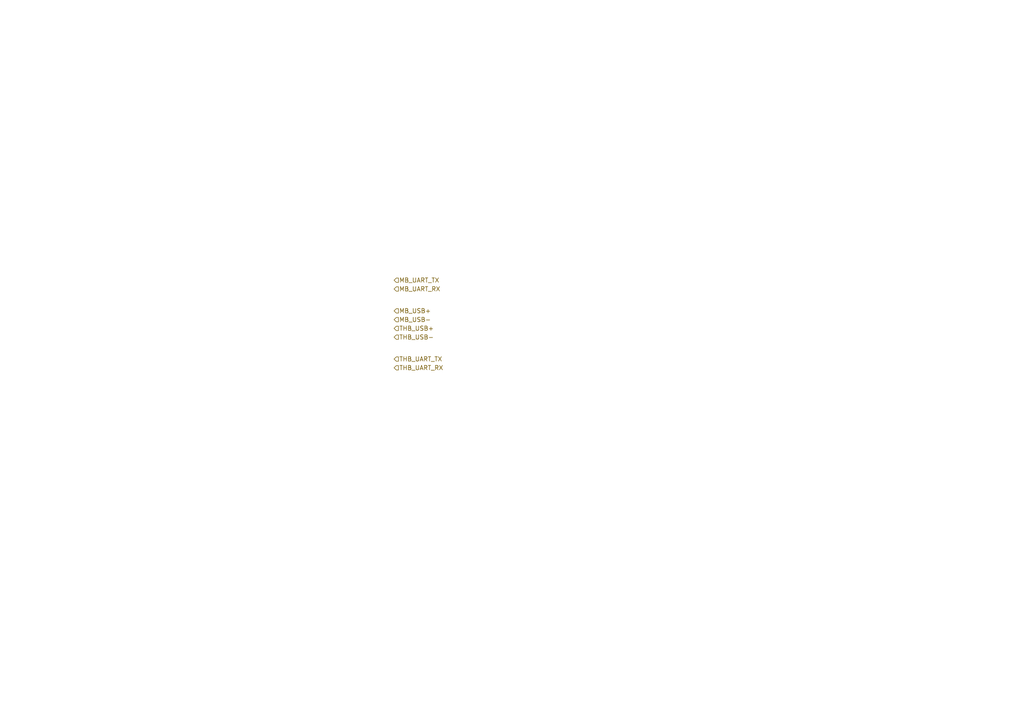
<source format=kicad_sch>
(kicad_sch
	(version 20250114)
	(generator "eeschema")
	(generator_version "9.0")
	(uuid "a5e22727-2bdc-4209-8506-4cadd42db09d")
	(paper "A4")
	(lib_symbols)
	(hierarchical_label "THB_USB-"
		(shape input)
		(at 114.3 97.79 0)
		(effects
			(font
				(size 1.27 1.27)
			)
			(justify left)
		)
		(uuid "0613f5b8-aa3a-4f51-86ea-8b2970e761e2")
	)
	(hierarchical_label "MB_UART_TX"
		(shape input)
		(at 114.3 81.28 0)
		(effects
			(font
				(size 1.27 1.27)
			)
			(justify left)
		)
		(uuid "29c7a034-009a-4c24-a6bc-e79c1755551c")
	)
	(hierarchical_label "MB_UART_RX"
		(shape input)
		(at 114.3 83.82 0)
		(effects
			(font
				(size 1.27 1.27)
			)
			(justify left)
		)
		(uuid "4abfc06a-0974-436d-bbb1-d0b7b093ab02")
	)
	(hierarchical_label "THB_UART_TX"
		(shape input)
		(at 114.3 104.14 0)
		(effects
			(font
				(size 1.27 1.27)
			)
			(justify left)
		)
		(uuid "5272c866-9275-4fd7-b480-36e54083582d")
	)
	(hierarchical_label "THB_UART_RX"
		(shape input)
		(at 114.3 106.68 0)
		(effects
			(font
				(size 1.27 1.27)
			)
			(justify left)
		)
		(uuid "5f9cc58a-d619-49cf-be17-43e3ffdd7cd4")
	)
	(hierarchical_label "MB_USB-"
		(shape input)
		(at 114.3 92.71 0)
		(effects
			(font
				(size 1.27 1.27)
			)
			(justify left)
		)
		(uuid "93782d82-7a60-4f21-933b-303c3bfd8a56")
	)
	(hierarchical_label "MB_USB+"
		(shape input)
		(at 114.3 90.17 0)
		(effects
			(font
				(size 1.27 1.27)
			)
			(justify left)
		)
		(uuid "9e237915-ee53-4f4c-8773-1010117620d1")
	)
	(hierarchical_label "THB_USB+"
		(shape input)
		(at 114.3 95.25 0)
		(effects
			(font
				(size 1.27 1.27)
			)
			(justify left)
		)
		(uuid "c4b691f5-18ea-42d5-b236-fc3d378e7fed")
	)
)

</source>
